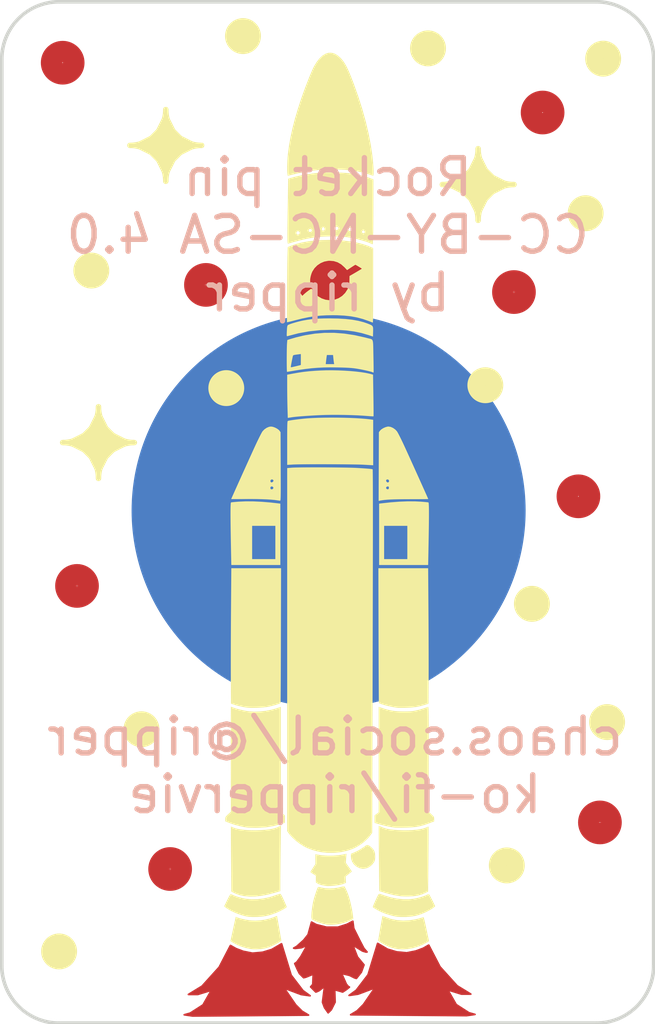
<source format=kicad_pcb>
(kicad_pcb (version 20221018) (generator pcbnew)
  (layers (0 "F.Cu" signal) (31 "B.Cu" signal) (34 "B.Paste" user) (35 "F.Paste" user) (36 "B.SilkS" user "B.Silkscreen") (37 "F.SilkS" user "F.Silkscreen") (38 "B.Mask" user) (39 "F.Mask" user) (44 "Edge.Cuts" user))
  (net 0 "")
  (footprint "LOGO" (layer "F.Cu") (at 175.25 91.4)
    (fp_text reference "G***" hide)
    (fp_text value "LOGO" hide)
  )
  (gr_circle (center 171.8 84.6) (end 171.81 84.6) (stroke (width 0.6)) (fill none) (layer "F.Cu"))
  (gr_circle (center 182.8 99.6) (end 182.81 99.6) (stroke (width 0.6)) (fill none) (layer "F.Cu"))
  (gr_circle (center 167.8 78.4) (end 167.81 78.4) (stroke (width 0.6)) (fill none) (layer "F.Cu"))
  (gr_circle (center 168.2 93) (end 168.21 93) (stroke (width 0.6)) (fill none) (layer "F.Cu"))
  (gr_circle (center 181.2 79.79) (end 181.21 79.79) (stroke (width 0.6)) (fill none) (layer "F.Cu"))
  (gr_circle (center 170.8 100.9) (end 170.81 100.9) (stroke (width 0.6)) (fill none) (layer "F.Cu"))
  (gr_circle (center 180.4 84.8) (end 180.41 84.8) (stroke (width 0.6)) (fill none) (layer "F.Cu"))
  (gr_circle (center 182.2 90.5) (end 182.21 90.5) (stroke (width 0.6)) (fill none) (layer "F.Cu"))
  (gr_circle (center 175.225 90.9) (end 175.226 90.9) (stroke (width 5.5)) (fill none) (layer "B.Cu"))
  (gr_circle (center 168.6 84.2) (end 168.601 84.2) (stroke (width 0.5)) (fill none) (layer "F.SilkS"))
  (gr_arc (start 168.8 90) (mid 169.092893 89.292893) (end 169.8 89) (stroke (width 0.15)) (layer "F.SilkS"))
  (gr_arc (start 170.678679 79.707107) (mid 170.385786 80.414214) (end 169.678679 80.707107) (stroke (width 0.15)) (layer "F.SilkS"))
  (gr_arc (start 167.8 89) (mid 168.507107 89.292893) (end 168.8 90) (stroke (width 0.15)) (layer "F.SilkS"))
  (gr_arc (start 179.4 80.8) (mid 179.107107 81.507107) (end 178.4 81.8) (stroke (width 0.15)) (layer "F.SilkS"))
  (gr_arc (start 178.4 81.8) (mid 179.107107 82.092893) (end 179.4 82.8) (stroke (width 0.15)) (layer "F.SilkS"))
  (gr_poly (pts (xy 179.4 82.6) (xy 179.2 82.2) (xy 179 82) (xy 178.6 81.8) (xy 179 81.6) (xy 179.2 81.4) (xy 179.4 81) (xy 179.6 81.4) (xy 179.8 81.6) (xy 180.2 81.8) (xy 179.8 82) (xy 179.6 82.2)) (stroke (width 0.15)) (fill solid) (layer "F.SilkS"))
  (gr_poly (pts (xy 170.678679 81.507107) (xy 170.478679 81.107107) (xy 170.278679 80.907107) (xy 169.878679 80.707107) (xy 170.278679 80.507107) (xy 170.478679 80.307107) (xy 170.678679 79.907107) (xy 170.878679 80.307107) (xy 171.078679 80.507107) (xy 171.478679 80.707107) (xy 171.078679 80.907107) (xy 170.878679 81.107107)) (stroke (width 0.15)) (fill solid) (layer "F.SilkS"))
  (gr_circle (center 170 97) (end 170.001 97) (stroke (width 0.5)) (fill none) (layer "F.SilkS"))
  (gr_arc (start 171.678679 80.707107) (mid 170.971572 80.414214) (end 170.678679 79.707107) (stroke (width 0.15)) (layer "F.SilkS"))
  (gr_circle (center 180.901 93.5) (end 180.902 93.5) (stroke (width 0.5)) (fill none) (layer "F.SilkS"))
  (gr_arc (start 169.8 89) (mid 169.092893 88.707107) (end 168.8 88) (stroke (width 0.15)) (layer "F.SilkS"))
  (gr_circle (center 167.7 103.2) (end 167.701 103.2) (stroke (width 0.5)) (fill none) (layer "F.SilkS"))
  (gr_arc (start 170.678679 81.707107) (mid 170.971572 81) (end 171.678679 80.707107) (stroke (width 0.15)) (layer "F.SilkS"))
  (gr_arc (start 180.4 81.8) (mid 179.692893 81.507107) (end 179.4 80.8) (stroke (width 0.15)) (layer "F.SilkS"))
  (gr_arc (start 179.4 82.8) (mid 179.692893 82.092893) (end 180.4 81.8) (stroke (width 0.15)) (layer "F.SilkS"))
  (gr_circle (center 172.834543 77.656966) (end 172.835543 77.656966) (stroke (width 0.5)) (fill none) (layer "F.SilkS"))
  (gr_circle (center 182.401 82.6) (end 182.402 82.6) (stroke (width 0.5)) (fill none) (layer "F.SilkS"))
  (gr_circle (center 179.601 87.4) (end 179.602 87.4) (stroke (width 0.5)) (fill none) (layer "F.SilkS"))
  (gr_circle (center 172.367889 87.480046) (end 172.368889 87.480046) (stroke (width 0.5)) (fill none) (layer "F.SilkS"))
  (gr_poly (pts (xy 168.8 89.8) (xy 168.6 89.4) (xy 168.4 89.2) (xy 168 89) (xy 168.4 88.8) (xy 168.6 88.6) (xy 168.8 88.2) (xy 169 88.6) (xy 169.2 88.8) (xy 169.6 89) (xy 169.2 89.2) (xy 169 89.4)) (stroke (width 0.15)) (fill solid) (layer "F.SilkS"))
  (gr_circle (center 178 78) (end 178.001 78) (stroke (width 0.5)) (fill none) (layer "F.SilkS"))
  (gr_circle (center 180.2 100.8) (end 180.201 100.8) (stroke (width 0.5)) (fill none) (layer "F.SilkS"))
  (gr_arc (start 168.8 88) (mid 168.507107 88.707107) (end 167.8 89) (stroke (width 0.15)) (layer "F.SilkS"))
  (gr_circle (center 183.001 96.8) (end 183.002 96.8) (stroke (width 0.5)) (fill none) (layer "F.SilkS"))
  (gr_arc (start 169.678679 80.707107) (mid 170.385786 81) (end 170.678679 81.707107) (stroke (width 0.15)) (layer "F.SilkS"))
  (gr_circle (center 182.890951 78.28695) (end 182.891951 78.28695) (stroke (width 0.5)) (fill none) (layer "F.SilkS"))
  (gr_line (start 182.7 76.7) (end 167.700001 76.700001) (stroke (width 0.1)) (layer "Edge.Cuts"))
  (gr_line (start 184.3 103.6) (end 184.3 78.3) (stroke (width 0.1)) (layer "Edge.Cuts"))
  (gr_arc (start 182.7 76.7) (mid 183.831371 77.168629) (end 184.3 78.3) (stroke (width 0.1)) (layer "Edge.Cuts"))
  (gr_arc (start 184.3 103.6) (mid 183.831371 104.731371) (end 182.7 105.2) (stroke (width 0.1)) (layer "Edge.Cuts"))
  (gr_line (start 166.100001 78.300001) (end 166.100001 103.599999) (stroke (width 0.1)) (layer "Edge.Cuts"))
  (gr_line (start 167.700001 105.199999) (end 182.7 105.2) (stroke (width 0.1)) (layer "Edge.Cuts"))
  (gr_arc (start 166.100001 78.300001) (mid 166.56863 77.16863) (end 167.700001 76.700001) (stroke (width 0.1)) (layer "Edge.Cuts"))
  (gr_arc (start 167.700001 105.199999) (mid 166.56863 104.73137) (end 166.100001 103.599999) (stroke (width 0.1)) (layer "Edge.Cuts"))
  (gr_text "Rocket pin\nCC-BY-NC-SA 4.0\nby ripper" (at 175.2 85.4) (layer "B.SilkS") (effects (font (size 1 1)) (justify bottom mirror)))
  (gr_text "chaos.social/@ripper\nko-fi/rippervie\n" (at 175.4 99.4) (layer "B.SilkS") (effects (font (size 1 1)) (justify bottom mirror)))
  (zone (net 0) (net_name "") (layer "F.Cu") (connect_pads (clearance 0.5)) (min_thickness 0.25) (fill yes (thermal_gap 0.5) (thermal_bridge_width 0.5) (island_removal_mode 1) (island_area_min 10))
    (polygon (pts (xy 173.15 91.95) (xy 173.4 91.95) (xy 173.4 92.15) (xy 173.15 92.15)))
  )
  (zone (net 0) (net_name "") (layer "F.Cu") (priority 1) (connect_pads (clearance 0.5)) (min_thickness 0.05) (fill yes (thermal_gap 0.5) (thermal_bridge_width 0.5) (island_removal_mode 1) (island_area_min 10))
    (polygon (pts (xy 178.03 102.99) (xy 178.355 103.615) (xy 178.83 104.14) (xy 179.28 104.415) (xy 178.93 104.415) (xy 178.605 104.315) (xy 178.805 104.665) (xy 179.155 104.89) (xy 179.43 104.965) (xy 179.08 105.015) (xy 175.755 104.99) (xy 176.005 104.84) (xy 176.18 104.665) (xy 176.455 104.265) (xy 176.055 104.415) (xy 175.705 104.465) (xy 175.98 104.265) (xy 176.305 103.84) (xy 176.58 102.94) (xy 176.88 103.115) (xy 177.13 103.19) (xy 177.405 103.215) (xy 177.655 103.165) (xy 177.855 103.09)))
  )
  (zone (net 0) (net_name "") (layer "F.Cu") (connect_pads (clearance 0.5)) (min_thickness 0.25) (fill yes (thermal_gap 0.5) (thermal_bridge_width 0.5) (island_removal_mode 1) (island_area_min 10))
    (polygon (pts (xy 177.125 91.675) (xy 177.375 91.675) (xy 177.375 91.875) (xy 177.125 91.875)))
  )
  (zone (net 0) (net_name "") (layer "F.Cu") (connect_pads (clearance 0.5)) (min_thickness 0.25) (fill yes (thermal_gap 0.5) (thermal_bridge_width 0.5) (island_removal_mode 1) (island_area_min 10))
    (polygon (pts (xy 173.45 91.95) (xy 173.7 91.95) (xy 173.7 92.15) (xy 173.45 92.15)))
  )
  (zone (net 0) (net_name "") (layer "F.Cu") (connect_pads (clearance 0.5)) (min_thickness 0.25) (fill yes (thermal_gap 0.5) (thermal_bridge_width 0.5) (island_removal_mode 1) (island_area_min 10))
    (polygon (pts (xy 176.825 91.95) (xy 177.075 91.95) (xy 177.075 92.15) (xy 176.825 92.15)))
  )
  (zone (net 0) (net_name "") (layer "F.Cu") (priority 3) (connect_pads (clearance 0.5)) (min_thickness 0.05) (fill yes (thermal_gap 0.5) (thermal_bridge_width 0.5) (island_removal_mode 1) (island_area_min 10))
    (polygon (pts (xy 174.08 87) (xy 174.09 86.16) (xy 174.5 86.04) (xy 175.09 85.96) (xy 175.53 85.97) (xy 176.08 86.05) (xy 176.43 86.15) (xy 176.44 86.39) (xy 176.47 87.03) (xy 176.15 86.94) (xy 175.71 86.88) (xy 175.24 86.88) (xy 174.88 86.89) (xy 174.36 86.96)))
  )
  (zone (net 0) (net_name "") (layer "F.Cu") (connect_pads (clearance 0.5)) (min_thickness 0.25) (fill yes (thermal_gap 0.5) (thermal_bridge_width 0.5) (island_removal_mode 1) (island_area_min 10))
    (polygon (pts (xy 176.825 91.675) (xy 177.075 91.675) (xy 177.075 91.875) (xy 176.825 91.875)))
  )
  (zone (net 0) (net_name "") (layer "F.Cu") (connect_pads (clearance 0.5)) (min_thickness 0.25) (fill yes (thermal_gap 0.5) (thermal_bridge_width 0.5) (island_removal_mode 1) (island_area_min 10))
    (polygon (pts (xy 177.125 91.95) (xy 177.375 91.95) (xy 177.375 92.15) (xy 177.125 92.15)))
  )
  (zone (net 0) (net_name "") (layer "F.Cu") (priority 1) (connect_pads (clearance 0.5)) (min_thickness 0.05) (fill yes (thermal_gap 0.5) (thermal_bridge_width 0.5) (island_removal_mode 1) (island_area_min 10))
    (polygon (pts (xy 172.475 103) (xy 172.15 103.625) (xy 171.675 104.15) (xy 171.225 104.425) (xy 171.575 104.425) (xy 171.9 104.325) (xy 171.7 104.675) (xy 171.35 104.9) (xy 171.075 104.975) (xy 171.425 105.025) (xy 174.75 105) (xy 174.5 104.85) (xy 174.325 104.675) (xy 174.05 104.275) (xy 174.45 104.425) (xy 174.8 104.475) (xy 174.525 104.275) (xy 174.2 103.85) (xy 173.925 102.95) (xy 173.625 103.125) (xy 173.375 103.2) (xy 173.1 103.225) (xy 172.85 103.175) (xy 172.65 103.1)))
  )
  (zone (net 0) (net_name "") (layer "F.Cu") (connect_pads (clearance 0.5)) (min_thickness 0.1) (fill yes (thermal_gap 0.5) (thermal_bridge_width 0.5) (island_removal_mode 1) (island_area_min 10))
    (polygon (pts (xy 173.15 91.4) (xy 173.7 91.4) (xy 173.7 92.15) (xy 173.15 92.15)))
  )
  (zone (net 0) (net_name "") (layer "F.Cu") (priority 2) (connect_pads (clearance 0.5)) (min_thickness 0.1) (fill yes (thermal_gap 0.5) (thermal_bridge_width 0.5) (island_removal_mode 1) (island_area_min 10))
    (polygon (pts (xy 174.1 83.55) (xy 174.1 85.58) (xy 174.87 85.42) (xy 175.67 85.41) (xy 176.22 85.52) (xy 176.44 85.62) (xy 176.44 83.59) (xy 175.98 83.44) (xy 175.44 83.38) (xy 174.88 83.39) (xy 174.49 83.44)))
  )
  (zone (net 0) (net_name "") (layer "F.Cu") (connect_pads (clearance 0.5)) (min_thickness 0.25) (fill yes (thermal_gap 0.5) (thermal_bridge_width 0.5) (island_removal_mode 1) (island_area_min 10))
    (polygon (pts (xy 177.125 91.4) (xy 177.375 91.4) (xy 177.375 91.6) (xy 177.125 91.6)))
  )
  (zone (net 0) (net_name "") (layer "F.Cu") (priority 4) (connect_pads (clearance 0.5)) (min_thickness 0.05) (fill yes (thermal_gap 0.5) (thermal_bridge_width 0.5) (island_removal_mode 1) (island_area_min 10))
    (polygon (pts (xy 174.74 102.32) (xy 174.63 102.72) (xy 174.51 102.87) (xy 174.32 103.04) (xy 174.18 103.12) (xy 174.29 103.14) (xy 174.47 103.12) (xy 174.57 103.08) (xy 174.43 103.33) (xy 174.32 103.48) (xy 174.25 103.53) (xy 174.33 103.71) (xy 174.39 103.83) (xy 174.52 103.96) (xy 174.56 103.95) (xy 174.6 103.94) (xy 174.77 103.87) (xy 174.76 104.11) (xy 174.69 104.19) (xy 174.86 104.36) (xy 174.92 104.34) (xy 174.98 104.31) (xy 175.08 104.23) (xy 175.03 104.62) (xy 175.09 104.78) (xy 175.21 104.95) (xy 175.32 104.84) (xy 175.43 104.62) (xy 175.42 104.3) (xy 175.56 104.34) (xy 175.62 104.36) (xy 175.74 104.28) (xy 175.85 104.19) (xy 175.79 104.16) (xy 175.74 104.1) (xy 175.63 103.85) (xy 175.8 103.89) (xy 175.94 103.96) (xy 176.01 103.98) (xy 176.16 103.79) (xy 176.24 103.57) (xy 176.19 103.51) (xy 176.05 103.34) (xy 175.95 103.08) (xy 176.16 103.21) (xy 176.26 103.24) (xy 176.35 103.24) (xy 176.23 103.1) (xy 176.12 102.89) (xy 175.95 102.55) (xy 175.92 102.32) (xy 175.73 102.42) (xy 175.48 102.5) (xy 175.17 102.5) (xy 174.89 102.43) (xy 174.76 102.36)))
  )
  (zone (net 0) (net_name "") (layer "F.Cu") (connect_pads (clearance 0.5)) (min_thickness 0.25) (fill yes (thermal_gap 0.5) (thermal_bridge_width 0.5) (island_removal_mode 1) (island_area_min 10))
    (polygon (pts (xy 173.45 91.4) (xy 173.7 91.4) (xy 173.7 91.6) (xy 173.45 91.6)))
  )
  (zone (net 0) (net_name "") (layer "F.Cu") (connect_pads (clearance 0.5)) (min_thickness 0.25) (fill yes (thermal_gap 0.5) (thermal_bridge_width 0.5) (island_removal_mode 1) (island_area_min 10))
    (polygon (pts (xy 173.15 91.675) (xy 173.4 91.675) (xy 173.4 91.875) (xy 173.15 91.875)))
  )
  (zone (net 0) (net_name "") (layer "F.Cu") (connect_pads (clearance 0.5)) (min_thickness 0.1) (fill yes (thermal_gap 0.5) (thermal_bridge_width 0.5) (island_removal_mode 1) (island_area_min 10))
    (polygon (pts (xy 176.825 91.4) (xy 177.375 91.4) (xy 177.375 92.15) (xy 176.825 92.15)))
  )
  (zone (net 0) (net_name "") (layer "F.Cu") (connect_pads (clearance 0.5)) (min_thickness 0.25) (fill yes (thermal_gap 0.5) (thermal_bridge_width 0.5) (island_removal_mode 1) (island_area_min 10))
    (polygon (pts (xy 173.45 91.675) (xy 173.7 91.675) (xy 173.7 91.875) (xy 173.45 91.875)))
  )
)
</source>
